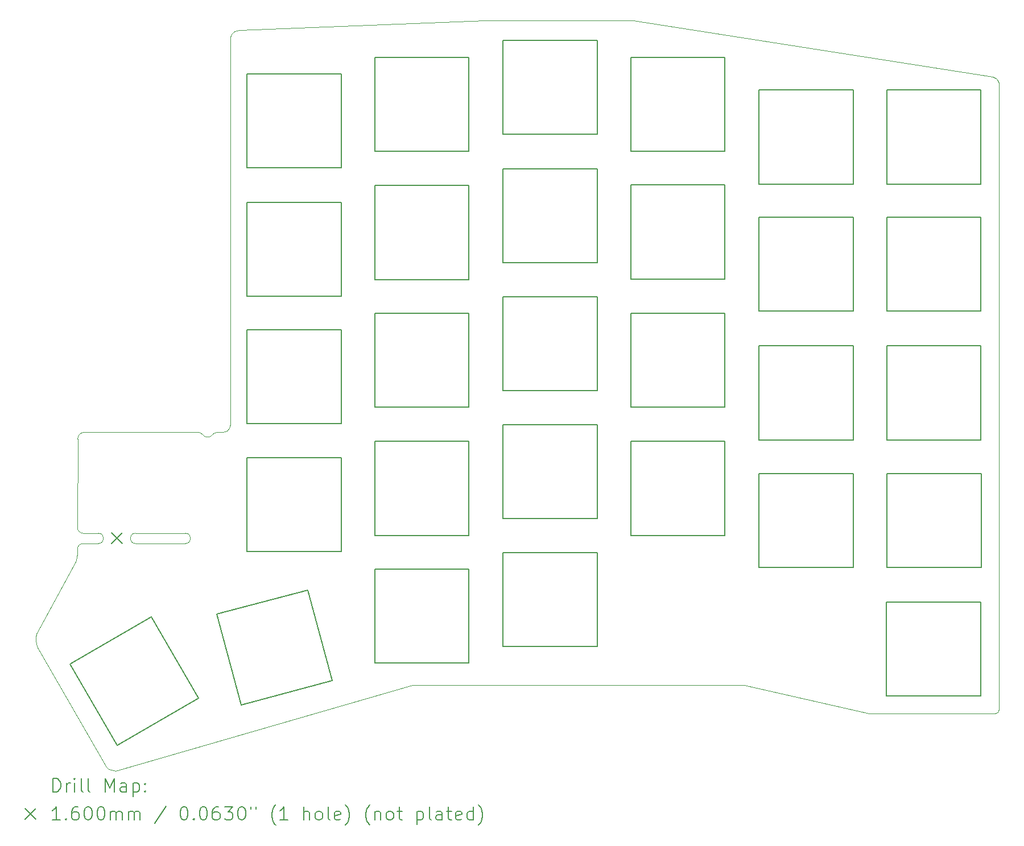
<source format=gbr>
%FSLAX45Y45*%
G04 Gerber Fmt 4.5, Leading zero omitted, Abs format (unit mm)*
G04 Created by KiCad (PCBNEW (6.0.2-0)) date 2022-02-19 09:24:20*
%MOMM*%
%LPD*%
G01*
G04 APERTURE LIST*
%TA.AperFunction,Profile*%
%ADD10C,0.150000*%
%TD*%
%TA.AperFunction,Profile*%
%ADD11C,0.100000*%
%TD*%
%ADD12C,0.200000*%
%ADD13C,0.160000*%
G04 APERTURE END LIST*
D10*
X10726718Y-13740718D02*
X9514282Y-14440718D01*
X10026718Y-12528282D02*
X10726718Y-13740718D01*
X9514282Y-14440718D02*
X8814282Y-13228282D01*
X8814282Y-13228282D02*
X10026718Y-12528282D01*
D11*
X22627888Y-4544281D02*
X22636528Y-4562367D01*
X9354500Y-14764500D02*
X8329500Y-12984500D01*
X17194500Y-3644500D02*
X22547044Y-4489015D01*
X8927026Y-11584500D02*
X8919500Y-11649500D01*
X9434500Y-14809500D02*
X9489500Y-14819500D01*
X8314500Y-12934500D02*
X8309500Y-12874500D01*
X9389500Y-14794500D02*
X9434500Y-14809500D01*
X22567211Y-4494178D02*
X22585687Y-4502647D01*
X8919500Y-11649500D02*
X8899500Y-11709500D01*
X8309500Y-12874500D02*
X8309500Y-12834500D01*
X9354500Y-14764500D02*
X9389500Y-14794500D01*
X22547044Y-4489015D02*
X22567211Y-4494178D01*
X22641938Y-4581957D02*
X22643818Y-4602690D01*
X8319500Y-12784500D02*
X8899500Y-11709500D01*
X22636528Y-4562367D02*
X22641938Y-4581957D01*
X14999500Y-3644500D02*
X11339500Y-3790000D01*
X13914913Y-13544500D02*
X18849500Y-13544500D01*
X8329500Y-12984500D02*
X8314500Y-12934500D01*
X8309500Y-12834500D02*
X8319500Y-12784500D01*
X13914913Y-13544500D02*
X9489500Y-14819500D01*
X22602162Y-4514060D02*
X22616332Y-4528058D01*
X14999500Y-3644500D02*
X17194500Y-3644500D01*
X22616332Y-4528058D02*
X22627888Y-4544281D01*
X8927518Y-11200082D02*
X8930000Y-9880000D01*
X22585687Y-4502647D02*
X22602162Y-4514060D01*
X22586574Y-13970482D02*
X20710530Y-13970482D01*
X22586574Y-13970482D02*
G75*
G03*
X22643980Y-13913597I508J56896D01*
G01*
X22643818Y-4602690D02*
X22643980Y-13913597D01*
D10*
X20968600Y-13704900D02*
X20968600Y-12304900D01*
X20968600Y-12304900D02*
X22368600Y-12304900D01*
X22368600Y-13704900D02*
X20968600Y-13704900D01*
D11*
X20710530Y-13970482D02*
X18849500Y-13544500D01*
D10*
X22368600Y-12304900D02*
X22368600Y-13704900D01*
X12849500Y-8254500D02*
X12849500Y-9654500D01*
X20469500Y-8494500D02*
X20469500Y-9894500D01*
X16659500Y-9163500D02*
X15259500Y-9163500D01*
X20969500Y-4684500D02*
X22369500Y-4684500D01*
X20974500Y-11794500D02*
X20974500Y-10394500D01*
X17159500Y-7498500D02*
X17159500Y-6098500D01*
X15259500Y-11573500D02*
X16659500Y-11573500D01*
X14749500Y-9914500D02*
X14749500Y-11314500D01*
D11*
X11020493Y-9780000D02*
G75*
G03*
X10941118Y-9810882I-1J-117445D01*
G01*
D10*
X20969500Y-6574500D02*
X22369500Y-6574500D01*
D11*
X11209500Y-3870000D02*
X11229500Y-3840000D01*
D10*
X22374500Y-10394500D02*
X22374500Y-11794500D01*
X19069500Y-10394500D02*
X20469500Y-10394500D01*
D11*
X11099500Y-9780000D02*
G75*
G03*
X11199500Y-9680000I0J100000D01*
G01*
D10*
X12716821Y-13479475D02*
X11364525Y-13841821D01*
D11*
X9030000Y-9780000D02*
X10709343Y-9780000D01*
D10*
X18559500Y-6098500D02*
X18559500Y-7498500D01*
D11*
X9788593Y-11283682D02*
G75*
G03*
X9788593Y-11436082I0J-76200D01*
G01*
D10*
X13349500Y-11814500D02*
X14749500Y-11814500D01*
X22374500Y-11794500D02*
X20974500Y-11794500D01*
X14749500Y-13214500D02*
X13349500Y-13214500D01*
X12354475Y-12127179D02*
X12716821Y-13479475D01*
X18559500Y-9914500D02*
X18559500Y-11314500D01*
X14749500Y-4194500D02*
X14749500Y-5594500D01*
X19069500Y-11794500D02*
X19069500Y-10394500D01*
X15259500Y-3944500D02*
X16659500Y-3944500D01*
X11449500Y-11554500D02*
X11449500Y-10154500D01*
X17159500Y-8004500D02*
X18559500Y-8004500D01*
D11*
X9239318Y-11436082D02*
G75*
G03*
X9239318Y-11283682I0J76200D01*
G01*
D10*
X17159500Y-9404500D02*
X17159500Y-8004500D01*
X13349500Y-11314500D02*
X13349500Y-9914500D01*
X16659500Y-5344500D02*
X15259500Y-5344500D01*
X15259500Y-12973500D02*
X15259500Y-11573500D01*
D11*
X8927026Y-11584500D02*
X8926718Y-11520291D01*
D10*
X20469500Y-10394500D02*
X20469500Y-11794500D01*
D11*
X11199500Y-3904500D02*
X11209500Y-3870000D01*
D10*
X17159500Y-11314500D02*
X17159500Y-9914500D01*
D11*
X10280718Y-11283682D02*
X10534718Y-11283682D01*
D10*
X22369500Y-7974500D02*
X20969500Y-7974500D01*
X19069500Y-7974500D02*
X19069500Y-6574500D01*
X11449500Y-5844500D02*
X11449500Y-4444500D01*
X20469500Y-4684500D02*
X20469500Y-6084500D01*
X13349500Y-9914500D02*
X14749500Y-9914500D01*
X18559500Y-8004500D02*
X18559500Y-9404500D01*
D11*
X10534718Y-11436082D02*
G75*
G03*
X10534718Y-11283682I0J76200D01*
G01*
D10*
X13349500Y-7504500D02*
X13349500Y-6104500D01*
X20469500Y-9894500D02*
X19069500Y-9894500D01*
X11002179Y-12489525D02*
X12354475Y-12127179D01*
X17159500Y-6098500D02*
X18559500Y-6098500D01*
X16659500Y-9663500D02*
X16659500Y-11063500D01*
D11*
X10788718Y-9810882D02*
G75*
G03*
X10709343Y-9780000I-79376J-86569D01*
G01*
X10788718Y-9810882D02*
G75*
G03*
X10941118Y-9810882I76200J45485D01*
G01*
D10*
X12849500Y-7754500D02*
X11449500Y-7754500D01*
X12849500Y-11554500D02*
X11449500Y-11554500D01*
X18559500Y-11314500D02*
X17159500Y-11314500D01*
X22369500Y-8494500D02*
X22369500Y-9894500D01*
X20969500Y-9894500D02*
X20969500Y-8494500D01*
X16659500Y-12973500D02*
X15259500Y-12973500D01*
X22369500Y-6574500D02*
X22369500Y-7974500D01*
X22369500Y-9894500D02*
X20969500Y-9894500D01*
X13349500Y-8004500D02*
X14749500Y-8004500D01*
X14749500Y-6104500D02*
X14749500Y-7504500D01*
D11*
X9030000Y-9780000D02*
G75*
G03*
X8930000Y-9880000I0J-100000D01*
G01*
D10*
X13349500Y-6104500D02*
X14749500Y-6104500D01*
X22369500Y-6084500D02*
X20969500Y-6084500D01*
D11*
X11229500Y-3840000D02*
X11249500Y-3820000D01*
D10*
X19069500Y-9894500D02*
X19069500Y-8494500D01*
X17159500Y-9914500D02*
X18559500Y-9914500D01*
X20969500Y-8494500D02*
X22369500Y-8494500D01*
X16659500Y-11063500D02*
X15259500Y-11063500D01*
X15259500Y-9163500D02*
X15259500Y-7763500D01*
X12849500Y-5844500D02*
X11449500Y-5844500D01*
D11*
X9010718Y-11436082D02*
G75*
G03*
X8926718Y-11520291I0J-84000D01*
G01*
D10*
X14749500Y-7504500D02*
X13349500Y-7504500D01*
X12849500Y-10154500D02*
X12849500Y-11554500D01*
X14749500Y-11814500D02*
X14749500Y-13214500D01*
D11*
X10534718Y-11436082D02*
X10280718Y-11436082D01*
D10*
X15259500Y-7763500D02*
X16659500Y-7763500D01*
D11*
X11269500Y-3810000D02*
X11299500Y-3800000D01*
D10*
X19069500Y-6574500D02*
X20469500Y-6574500D01*
X17159500Y-4198500D02*
X18559500Y-4198500D01*
X12849500Y-9654500D02*
X11449500Y-9654500D01*
X15259500Y-11063500D02*
X15259500Y-9663500D01*
X16659500Y-7763500D02*
X16659500Y-9163500D01*
X12849500Y-6354500D02*
X12849500Y-7754500D01*
X13349500Y-4194500D02*
X14749500Y-4194500D01*
X14749500Y-9404500D02*
X13349500Y-9404500D01*
X11449500Y-10154500D02*
X12849500Y-10154500D01*
X15259500Y-9663500D02*
X16659500Y-9663500D01*
X15259500Y-5344500D02*
X15259500Y-3944500D01*
X14749500Y-5594500D02*
X13349500Y-5594500D01*
X20469500Y-6084500D02*
X19069500Y-6084500D01*
D11*
X10280718Y-11436082D02*
X9788593Y-11436082D01*
D10*
X12849500Y-4444500D02*
X12849500Y-5844500D01*
X13349500Y-9404500D02*
X13349500Y-8004500D01*
X11364525Y-13841821D02*
X11002179Y-12489525D01*
D11*
X9239318Y-11436082D02*
X9010718Y-11436082D01*
D10*
X14749500Y-8004500D02*
X14749500Y-9404500D01*
D11*
X11199500Y-9680000D02*
X11199500Y-3904500D01*
D10*
X11449500Y-4444500D02*
X12849500Y-4444500D01*
X19069500Y-6084500D02*
X19069500Y-4684500D01*
D11*
X9788593Y-11283682D02*
X10280718Y-11283682D01*
D10*
X18559500Y-7498500D02*
X17159500Y-7498500D01*
X20469500Y-11794500D02*
X19069500Y-11794500D01*
X13349500Y-5594500D02*
X13349500Y-4194500D01*
X16659500Y-5853500D02*
X16659500Y-7253500D01*
X11449500Y-8254500D02*
X12849500Y-8254500D01*
X16659500Y-11573500D02*
X16659500Y-12973500D01*
X20469500Y-7974500D02*
X19069500Y-7974500D01*
X11449500Y-7754500D02*
X11449500Y-6354500D01*
X11449500Y-9654500D02*
X11449500Y-8254500D01*
X18559500Y-4198500D02*
X18559500Y-5598500D01*
D11*
X11249500Y-3820000D02*
X11269500Y-3810000D01*
D10*
X15259500Y-5853500D02*
X16659500Y-5853500D01*
D11*
X11020493Y-9780000D02*
X11099500Y-9780000D01*
D10*
X19069500Y-4684500D02*
X20469500Y-4684500D01*
X11449500Y-6354500D02*
X12849500Y-6354500D01*
X18559500Y-9404500D02*
X17159500Y-9404500D01*
X14749500Y-11314500D02*
X13349500Y-11314500D01*
X22369500Y-4684500D02*
X22369500Y-6084500D01*
D11*
X9010718Y-11283682D02*
X9239318Y-11283682D01*
D10*
X20969500Y-7974500D02*
X20969500Y-6574500D01*
X16659500Y-3944500D02*
X16659500Y-5344500D01*
D11*
X11299500Y-3800000D02*
X11339500Y-3790000D01*
D10*
X16659500Y-7253500D02*
X15259500Y-7253500D01*
X18559500Y-5598500D02*
X17159500Y-5598500D01*
X19069500Y-8494500D02*
X20469500Y-8494500D01*
X17159500Y-5598500D02*
X17159500Y-4198500D01*
X20974500Y-10394500D02*
X22374500Y-10394500D01*
X20969500Y-6084500D02*
X20969500Y-4684500D01*
D11*
X8927518Y-11200082D02*
G75*
G03*
X9010718Y-11283682I83671J70D01*
G01*
D10*
X15259500Y-7253500D02*
X15259500Y-5853500D01*
X13349500Y-13214500D02*
X13349500Y-11814500D01*
X20469500Y-6574500D02*
X20469500Y-7974500D01*
D12*
D13*
X9435599Y-11277250D02*
X9595599Y-11437250D01*
X9595599Y-11277250D02*
X9435599Y-11437250D01*
D12*
X8562119Y-15134976D02*
X8562119Y-14934976D01*
X8609738Y-14934976D01*
X8638310Y-14944500D01*
X8657357Y-14963548D01*
X8666881Y-14982595D01*
X8676405Y-15020690D01*
X8676405Y-15049262D01*
X8666881Y-15087357D01*
X8657357Y-15106405D01*
X8638310Y-15125452D01*
X8609738Y-15134976D01*
X8562119Y-15134976D01*
X8762119Y-15134976D02*
X8762119Y-15001643D01*
X8762119Y-15039738D02*
X8771643Y-15020690D01*
X8781167Y-15011167D01*
X8800214Y-15001643D01*
X8819262Y-15001643D01*
X8885929Y-15134976D02*
X8885929Y-15001643D01*
X8885929Y-14934976D02*
X8876405Y-14944500D01*
X8885929Y-14954024D01*
X8895452Y-14944500D01*
X8885929Y-14934976D01*
X8885929Y-14954024D01*
X9009738Y-15134976D02*
X8990690Y-15125452D01*
X8981167Y-15106405D01*
X8981167Y-14934976D01*
X9114500Y-15134976D02*
X9095452Y-15125452D01*
X9085929Y-15106405D01*
X9085929Y-14934976D01*
X9343071Y-15134976D02*
X9343071Y-14934976D01*
X9409738Y-15077833D01*
X9476405Y-14934976D01*
X9476405Y-15134976D01*
X9657357Y-15134976D02*
X9657357Y-15030214D01*
X9647833Y-15011167D01*
X9628786Y-15001643D01*
X9590690Y-15001643D01*
X9571643Y-15011167D01*
X9657357Y-15125452D02*
X9638310Y-15134976D01*
X9590690Y-15134976D01*
X9571643Y-15125452D01*
X9562119Y-15106405D01*
X9562119Y-15087357D01*
X9571643Y-15068309D01*
X9590690Y-15058786D01*
X9638310Y-15058786D01*
X9657357Y-15049262D01*
X9752595Y-15001643D02*
X9752595Y-15201643D01*
X9752595Y-15011167D02*
X9771643Y-15001643D01*
X9809738Y-15001643D01*
X9828786Y-15011167D01*
X9838310Y-15020690D01*
X9847833Y-15039738D01*
X9847833Y-15096881D01*
X9838310Y-15115928D01*
X9828786Y-15125452D01*
X9809738Y-15134976D01*
X9771643Y-15134976D01*
X9752595Y-15125452D01*
X9933548Y-15115928D02*
X9943071Y-15125452D01*
X9933548Y-15134976D01*
X9924024Y-15125452D01*
X9933548Y-15115928D01*
X9933548Y-15134976D01*
X9933548Y-15011167D02*
X9943071Y-15020690D01*
X9933548Y-15030214D01*
X9924024Y-15020690D01*
X9933548Y-15011167D01*
X9933548Y-15030214D01*
D13*
X8144500Y-15384500D02*
X8304500Y-15544500D01*
X8304500Y-15384500D02*
X8144500Y-15544500D01*
D12*
X8666881Y-15554976D02*
X8552595Y-15554976D01*
X8609738Y-15554976D02*
X8609738Y-15354976D01*
X8590690Y-15383548D01*
X8571643Y-15402595D01*
X8552595Y-15412119D01*
X8752595Y-15535928D02*
X8762119Y-15545452D01*
X8752595Y-15554976D01*
X8743071Y-15545452D01*
X8752595Y-15535928D01*
X8752595Y-15554976D01*
X8933548Y-15354976D02*
X8895452Y-15354976D01*
X8876405Y-15364500D01*
X8866881Y-15374024D01*
X8847833Y-15402595D01*
X8838310Y-15440690D01*
X8838310Y-15516881D01*
X8847833Y-15535928D01*
X8857357Y-15545452D01*
X8876405Y-15554976D01*
X8914500Y-15554976D01*
X8933548Y-15545452D01*
X8943071Y-15535928D01*
X8952595Y-15516881D01*
X8952595Y-15469262D01*
X8943071Y-15450214D01*
X8933548Y-15440690D01*
X8914500Y-15431167D01*
X8876405Y-15431167D01*
X8857357Y-15440690D01*
X8847833Y-15450214D01*
X8838310Y-15469262D01*
X9076405Y-15354976D02*
X9095452Y-15354976D01*
X9114500Y-15364500D01*
X9124024Y-15374024D01*
X9133548Y-15393071D01*
X9143071Y-15431167D01*
X9143071Y-15478786D01*
X9133548Y-15516881D01*
X9124024Y-15535928D01*
X9114500Y-15545452D01*
X9095452Y-15554976D01*
X9076405Y-15554976D01*
X9057357Y-15545452D01*
X9047833Y-15535928D01*
X9038310Y-15516881D01*
X9028786Y-15478786D01*
X9028786Y-15431167D01*
X9038310Y-15393071D01*
X9047833Y-15374024D01*
X9057357Y-15364500D01*
X9076405Y-15354976D01*
X9266881Y-15354976D02*
X9285929Y-15354976D01*
X9304976Y-15364500D01*
X9314500Y-15374024D01*
X9324024Y-15393071D01*
X9333548Y-15431167D01*
X9333548Y-15478786D01*
X9324024Y-15516881D01*
X9314500Y-15535928D01*
X9304976Y-15545452D01*
X9285929Y-15554976D01*
X9266881Y-15554976D01*
X9247833Y-15545452D01*
X9238310Y-15535928D01*
X9228786Y-15516881D01*
X9219262Y-15478786D01*
X9219262Y-15431167D01*
X9228786Y-15393071D01*
X9238310Y-15374024D01*
X9247833Y-15364500D01*
X9266881Y-15354976D01*
X9419262Y-15554976D02*
X9419262Y-15421643D01*
X9419262Y-15440690D02*
X9428786Y-15431167D01*
X9447833Y-15421643D01*
X9476405Y-15421643D01*
X9495452Y-15431167D01*
X9504976Y-15450214D01*
X9504976Y-15554976D01*
X9504976Y-15450214D02*
X9514500Y-15431167D01*
X9533548Y-15421643D01*
X9562119Y-15421643D01*
X9581167Y-15431167D01*
X9590690Y-15450214D01*
X9590690Y-15554976D01*
X9685929Y-15554976D02*
X9685929Y-15421643D01*
X9685929Y-15440690D02*
X9695452Y-15431167D01*
X9714500Y-15421643D01*
X9743071Y-15421643D01*
X9762119Y-15431167D01*
X9771643Y-15450214D01*
X9771643Y-15554976D01*
X9771643Y-15450214D02*
X9781167Y-15431167D01*
X9800214Y-15421643D01*
X9828786Y-15421643D01*
X9847833Y-15431167D01*
X9857357Y-15450214D01*
X9857357Y-15554976D01*
X10247833Y-15345452D02*
X10076405Y-15602595D01*
X10504976Y-15354976D02*
X10524024Y-15354976D01*
X10543071Y-15364500D01*
X10552595Y-15374024D01*
X10562119Y-15393071D01*
X10571643Y-15431167D01*
X10571643Y-15478786D01*
X10562119Y-15516881D01*
X10552595Y-15535928D01*
X10543071Y-15545452D01*
X10524024Y-15554976D01*
X10504976Y-15554976D01*
X10485929Y-15545452D01*
X10476405Y-15535928D01*
X10466881Y-15516881D01*
X10457357Y-15478786D01*
X10457357Y-15431167D01*
X10466881Y-15393071D01*
X10476405Y-15374024D01*
X10485929Y-15364500D01*
X10504976Y-15354976D01*
X10657357Y-15535928D02*
X10666881Y-15545452D01*
X10657357Y-15554976D01*
X10647833Y-15545452D01*
X10657357Y-15535928D01*
X10657357Y-15554976D01*
X10790690Y-15354976D02*
X10809738Y-15354976D01*
X10828786Y-15364500D01*
X10838310Y-15374024D01*
X10847833Y-15393071D01*
X10857357Y-15431167D01*
X10857357Y-15478786D01*
X10847833Y-15516881D01*
X10838310Y-15535928D01*
X10828786Y-15545452D01*
X10809738Y-15554976D01*
X10790690Y-15554976D01*
X10771643Y-15545452D01*
X10762119Y-15535928D01*
X10752595Y-15516881D01*
X10743071Y-15478786D01*
X10743071Y-15431167D01*
X10752595Y-15393071D01*
X10762119Y-15374024D01*
X10771643Y-15364500D01*
X10790690Y-15354976D01*
X11028786Y-15354976D02*
X10990690Y-15354976D01*
X10971643Y-15364500D01*
X10962119Y-15374024D01*
X10943071Y-15402595D01*
X10933548Y-15440690D01*
X10933548Y-15516881D01*
X10943071Y-15535928D01*
X10952595Y-15545452D01*
X10971643Y-15554976D01*
X11009738Y-15554976D01*
X11028786Y-15545452D01*
X11038310Y-15535928D01*
X11047833Y-15516881D01*
X11047833Y-15469262D01*
X11038310Y-15450214D01*
X11028786Y-15440690D01*
X11009738Y-15431167D01*
X10971643Y-15431167D01*
X10952595Y-15440690D01*
X10943071Y-15450214D01*
X10933548Y-15469262D01*
X11114500Y-15354976D02*
X11238309Y-15354976D01*
X11171643Y-15431167D01*
X11200214Y-15431167D01*
X11219262Y-15440690D01*
X11228786Y-15450214D01*
X11238309Y-15469262D01*
X11238309Y-15516881D01*
X11228786Y-15535928D01*
X11219262Y-15545452D01*
X11200214Y-15554976D01*
X11143071Y-15554976D01*
X11124024Y-15545452D01*
X11114500Y-15535928D01*
X11362119Y-15354976D02*
X11381167Y-15354976D01*
X11400214Y-15364500D01*
X11409738Y-15374024D01*
X11419262Y-15393071D01*
X11428786Y-15431167D01*
X11428786Y-15478786D01*
X11419262Y-15516881D01*
X11409738Y-15535928D01*
X11400214Y-15545452D01*
X11381167Y-15554976D01*
X11362119Y-15554976D01*
X11343071Y-15545452D01*
X11333548Y-15535928D01*
X11324024Y-15516881D01*
X11314500Y-15478786D01*
X11314500Y-15431167D01*
X11324024Y-15393071D01*
X11333548Y-15374024D01*
X11343071Y-15364500D01*
X11362119Y-15354976D01*
X11504976Y-15354976D02*
X11504976Y-15393071D01*
X11581167Y-15354976D02*
X11581167Y-15393071D01*
X11876405Y-15631167D02*
X11866881Y-15621643D01*
X11847833Y-15593071D01*
X11838309Y-15574024D01*
X11828786Y-15545452D01*
X11819262Y-15497833D01*
X11819262Y-15459738D01*
X11828786Y-15412119D01*
X11838309Y-15383548D01*
X11847833Y-15364500D01*
X11866881Y-15335928D01*
X11876405Y-15326405D01*
X12057357Y-15554976D02*
X11943071Y-15554976D01*
X12000214Y-15554976D02*
X12000214Y-15354976D01*
X11981167Y-15383548D01*
X11962119Y-15402595D01*
X11943071Y-15412119D01*
X12295452Y-15554976D02*
X12295452Y-15354976D01*
X12381167Y-15554976D02*
X12381167Y-15450214D01*
X12371643Y-15431167D01*
X12352595Y-15421643D01*
X12324024Y-15421643D01*
X12304976Y-15431167D01*
X12295452Y-15440690D01*
X12504976Y-15554976D02*
X12485928Y-15545452D01*
X12476405Y-15535928D01*
X12466881Y-15516881D01*
X12466881Y-15459738D01*
X12476405Y-15440690D01*
X12485928Y-15431167D01*
X12504976Y-15421643D01*
X12533548Y-15421643D01*
X12552595Y-15431167D01*
X12562119Y-15440690D01*
X12571643Y-15459738D01*
X12571643Y-15516881D01*
X12562119Y-15535928D01*
X12552595Y-15545452D01*
X12533548Y-15554976D01*
X12504976Y-15554976D01*
X12685928Y-15554976D02*
X12666881Y-15545452D01*
X12657357Y-15526405D01*
X12657357Y-15354976D01*
X12838309Y-15545452D02*
X12819262Y-15554976D01*
X12781167Y-15554976D01*
X12762119Y-15545452D01*
X12752595Y-15526405D01*
X12752595Y-15450214D01*
X12762119Y-15431167D01*
X12781167Y-15421643D01*
X12819262Y-15421643D01*
X12838309Y-15431167D01*
X12847833Y-15450214D01*
X12847833Y-15469262D01*
X12752595Y-15488309D01*
X12914500Y-15631167D02*
X12924024Y-15621643D01*
X12943071Y-15593071D01*
X12952595Y-15574024D01*
X12962119Y-15545452D01*
X12971643Y-15497833D01*
X12971643Y-15459738D01*
X12962119Y-15412119D01*
X12952595Y-15383548D01*
X12943071Y-15364500D01*
X12924024Y-15335928D01*
X12914500Y-15326405D01*
X13276405Y-15631167D02*
X13266881Y-15621643D01*
X13247833Y-15593071D01*
X13238309Y-15574024D01*
X13228786Y-15545452D01*
X13219262Y-15497833D01*
X13219262Y-15459738D01*
X13228786Y-15412119D01*
X13238309Y-15383548D01*
X13247833Y-15364500D01*
X13266881Y-15335928D01*
X13276405Y-15326405D01*
X13352595Y-15421643D02*
X13352595Y-15554976D01*
X13352595Y-15440690D02*
X13362119Y-15431167D01*
X13381167Y-15421643D01*
X13409738Y-15421643D01*
X13428786Y-15431167D01*
X13438309Y-15450214D01*
X13438309Y-15554976D01*
X13562119Y-15554976D02*
X13543071Y-15545452D01*
X13533548Y-15535928D01*
X13524024Y-15516881D01*
X13524024Y-15459738D01*
X13533548Y-15440690D01*
X13543071Y-15431167D01*
X13562119Y-15421643D01*
X13590690Y-15421643D01*
X13609738Y-15431167D01*
X13619262Y-15440690D01*
X13628786Y-15459738D01*
X13628786Y-15516881D01*
X13619262Y-15535928D01*
X13609738Y-15545452D01*
X13590690Y-15554976D01*
X13562119Y-15554976D01*
X13685928Y-15421643D02*
X13762119Y-15421643D01*
X13714500Y-15354976D02*
X13714500Y-15526405D01*
X13724024Y-15545452D01*
X13743071Y-15554976D01*
X13762119Y-15554976D01*
X13981167Y-15421643D02*
X13981167Y-15621643D01*
X13981167Y-15431167D02*
X14000214Y-15421643D01*
X14038309Y-15421643D01*
X14057357Y-15431167D01*
X14066881Y-15440690D01*
X14076405Y-15459738D01*
X14076405Y-15516881D01*
X14066881Y-15535928D01*
X14057357Y-15545452D01*
X14038309Y-15554976D01*
X14000214Y-15554976D01*
X13981167Y-15545452D01*
X14190690Y-15554976D02*
X14171643Y-15545452D01*
X14162119Y-15526405D01*
X14162119Y-15354976D01*
X14352595Y-15554976D02*
X14352595Y-15450214D01*
X14343071Y-15431167D01*
X14324024Y-15421643D01*
X14285928Y-15421643D01*
X14266881Y-15431167D01*
X14352595Y-15545452D02*
X14333548Y-15554976D01*
X14285928Y-15554976D01*
X14266881Y-15545452D01*
X14257357Y-15526405D01*
X14257357Y-15507357D01*
X14266881Y-15488309D01*
X14285928Y-15478786D01*
X14333548Y-15478786D01*
X14352595Y-15469262D01*
X14419262Y-15421643D02*
X14495452Y-15421643D01*
X14447833Y-15354976D02*
X14447833Y-15526405D01*
X14457357Y-15545452D01*
X14476405Y-15554976D01*
X14495452Y-15554976D01*
X14638309Y-15545452D02*
X14619262Y-15554976D01*
X14581167Y-15554976D01*
X14562119Y-15545452D01*
X14552595Y-15526405D01*
X14552595Y-15450214D01*
X14562119Y-15431167D01*
X14581167Y-15421643D01*
X14619262Y-15421643D01*
X14638309Y-15431167D01*
X14647833Y-15450214D01*
X14647833Y-15469262D01*
X14552595Y-15488309D01*
X14819262Y-15554976D02*
X14819262Y-15354976D01*
X14819262Y-15545452D02*
X14800214Y-15554976D01*
X14762119Y-15554976D01*
X14743071Y-15545452D01*
X14733548Y-15535928D01*
X14724024Y-15516881D01*
X14724024Y-15459738D01*
X14733548Y-15440690D01*
X14743071Y-15431167D01*
X14762119Y-15421643D01*
X14800214Y-15421643D01*
X14819262Y-15431167D01*
X14895452Y-15631167D02*
X14904976Y-15621643D01*
X14924024Y-15593071D01*
X14933548Y-15574024D01*
X14943071Y-15545452D01*
X14952595Y-15497833D01*
X14952595Y-15459738D01*
X14943071Y-15412119D01*
X14933548Y-15383548D01*
X14924024Y-15364500D01*
X14904976Y-15335928D01*
X14895452Y-15326405D01*
M02*

</source>
